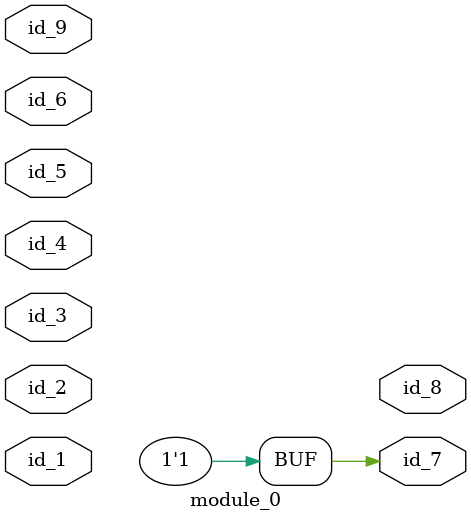
<source format=v>
module module_0 (
    id_1,
    id_2,
    id_3,
    id_4,
    id_5,
    id_6,
    id_7,
    id_8,
    id_9
);
  inout id_9;
  output id_8;
  output id_7;
  inout id_6;
  input id_5;
  input id_4;
  inout id_3;
  input id_2;
  inout id_1;
  assign id_9[1] = 1'b0;
  assign id_7 = 1;
endmodule

</source>
